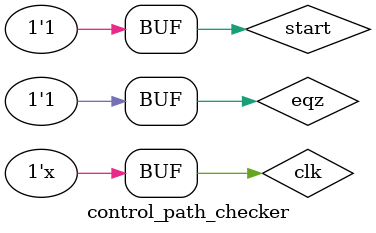
<source format=v>

`timescale 1ns/1ns
module control_path_checker;
wire lda,ldb,ldp,clrp,decb,done;
reg clk,start,eqz;
mul_add_controlpath dut(lda,ldb,ldp,clrp,decb,done,eqz,clk,start);
initial begin 
clk=0;start=0;eqz=0;

end
always #5 clk=~clk;
initial begin
#2 start=1;
#30 eqz=1;

end

endmodule
</source>
